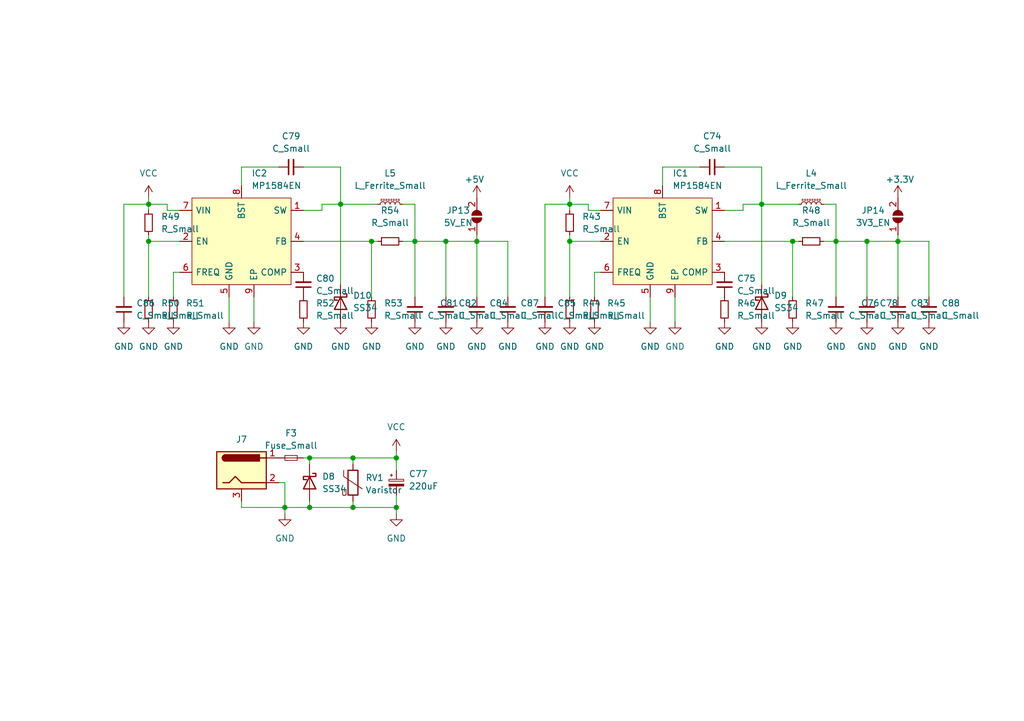
<source format=kicad_sch>
(kicad_sch (version 20211123) (generator eeschema)
  (paper "A5")
  (lib_symbols
    (symbol "Anh_Symbols:Conn_Jack-DC" (pin_names (offset 1.016))
      (property "Reference" "J1" (at 0 8.89 0))
      (symbol "Conn_Jack-DC_0_1"
        (rectangle (start -5.08 3.81) (end 5.08 -3.81) (stroke (width 0.254)) (fill (type background)))
        (arc (start -3.302 3.175) (mid -3.937 2.54) (end -3.302 1.905) (stroke (width 0.254)))
        (arc (start -3.302 3.175) (mid -3.937 2.54) (end -3.302 1.905) (stroke (width 0.254)) (fill (type outline)))
        (polyline (pts (xy 5.08 2.54) (xy 3.81 2.54)) (stroke (width 0.254)))
        (polyline (pts (xy -3.81 -2.54) (xy -2.54 -2.54) (xy -1.27 -1.27) (xy 0 -2.54) (xy 2.54 -2.54) (xy 5.08 -2.54)) (stroke (width 0.254)))
        (rectangle (start 3.683 3.175) (end -3.302 1.905) (stroke (width 0.254)) (fill (type outline)))
      )
      (symbol "Conn_Jack-DC_1_1"
        (pin passive line (at 7.62 2.54 180) (length 2.54) (name "~") (number "1"))
        (pin passive line (at 7.62 -2.54 180) (length 2.54) (name "~") (number "2"))
        (pin passive line (at 0 -6.35 90) (length 2.54) (name "~") (number "3"))
      )
    )
    (symbol "Anh_Symbols:MP1584EN" (pin_names (offset 0.762))
      (property "Reference" "IC" (at -5.08 11.43 0))
      (property "Value" "MP1584EN" (at 1.27 11.43 0))
      (symbol "MP1584EN_0_0"
        (pin power_out line (at 12.7 6.35 180) (length 2.54) (name "SW") (number "1"))
        (pin input line (at -12.7 0 0) (length 2.54) (name "EN") (number "2"))
        (pin input line (at 12.7 -6.35 180) (length 2.54) (name "COMP") (number "3"))
        (pin input line (at 12.7 0 180) (length 2.54) (name "FB") (number "4"))
        (pin power_in line (at -2.54 -11.43 90) (length 2.54) (name "GND") (number "5"))
        (pin input line (at -12.7 -6.35 0) (length 2.54) (name "FREQ") (number "6"))
        (pin power_in line (at -12.7 6.35 0) (length 2.54) (name "VIN") (number "7"))
        (pin input line (at 0 11.43 270) (length 2.54) (name "BST") (number "8"))
        (pin power_in line (at 2.54 -11.43 90) (length 2.54) (name "EP") (number "9"))
      )
      (symbol "MP1584EN_0_1"
        (polyline (pts (xy -10.16 8.89) (xy 10.16 8.89) (xy 10.16 -8.89) (xy -10.16 -8.89) (xy -10.16 8.89)) (stroke (width 0.1524)) (fill (type background)))
      )
    )
    (symbol "Device:C_Polarized_Small" (pin_numbers hide) (pin_names (offset 0.254) hide)
      (property "Reference" "C" (at 0.254 1.778 0))
      (property "Value" "C_Polarized_Small" (at 0.254 -2.032 0))
      (symbol "C_Polarized_Small_0_1"
        (rectangle (start -1.524 -0.3048) (end 1.524 -0.6858) (fill (type outline)))
        (rectangle (start -1.524 0.6858) (end 1.524 0.3048))
        (polyline (pts (xy -1.27 1.524) (xy -0.762 1.524)))
        (polyline (pts (xy -1.016 1.27) (xy -1.016 1.778)))
      )
      (symbol "C_Polarized_Small_1_1"
        (pin passive line (at 0 2.54 270) (length 1.8542) (name "~") (number "1"))
        (pin passive line (at 0 -2.54 90) (length 1.8542) (name "~") (number "2"))
      )
    )
    (symbol "Device:C_Small" (pin_numbers hide) (pin_names (offset 0.254) hide)
      (property "Reference" "C" (at 0.254 1.778 0))
      (property "Value" "C_Small" (at 0.254 -2.032 0))
      (symbol "C_Small_0_1"
        (polyline (pts (xy -1.524 -0.508) (xy 1.524 -0.508)) (stroke (width 0.3302)))
        (polyline (pts (xy -1.524 0.508) (xy 1.524 0.508)) (stroke (width 0.3048)))
      )
      (symbol "C_Small_1_1"
        (pin passive line (at 0 2.54 270) (length 2.032) (name "~") (number "1"))
        (pin passive line (at 0 -2.54 90) (length 2.032) (name "~") (number "2"))
      )
    )
    (symbol "Device:Fuse_Small" (pin_numbers hide) (pin_names (offset 0.254) hide)
      (property "Reference" "F" (at 0 -1.524 0))
      (property "Value" "Fuse_Small" (at 0 1.524 0))
      (symbol "Fuse_Small_0_1"
        (rectangle (start -1.27 0.508) (end 1.27 -0.508))
        (polyline (pts (xy -1.27 0) (xy 1.27 0)))
      )
      (symbol "Fuse_Small_1_1"
        (pin passive line (at -2.54 0 0) (length 1.27) (name "~") (number "1"))
        (pin passive line (at 2.54 0 180) (length 1.27) (name "~") (number "2"))
      )
    )
    (symbol "Device:L_Ferrite_Small" (pin_numbers hide) (pin_names (offset 0.254) hide)
      (property "Reference" "L" (at 1.27 1.016 0))
      (property "Value" "L_Ferrite_Small" (at 1.27 -1.27 0))
      (symbol "L_Ferrite_Small_0_1"
        (arc (start 0 -2.032) (mid 0.508 -1.524) (end 0 -1.016))
        (arc (start 0 -1.016) (mid 0.508 -0.508) (end 0 0))
        (polyline (pts (xy 0.762 -1.905) (xy 0.762 -1.651)))
        (polyline (pts (xy 0.762 -1.397) (xy 0.762 -1.143)))
        (polyline (pts (xy 0.762 -0.889) (xy 0.762 -0.635)))
        (polyline (pts (xy 0.762 -0.381) (xy 0.762 -0.127)))
        (polyline (pts (xy 0.762 0.127) (xy 0.762 0.381)))
        (polyline (pts (xy 0.762 0.635) (xy 0.762 0.889)))
        (polyline (pts (xy 0.762 1.143) (xy 0.762 1.397)))
        (polyline (pts (xy 0.762 1.651) (xy 0.762 1.905)))
        (polyline (pts (xy 1.016 -1.651) (xy 1.016 -1.905)))
        (polyline (pts (xy 1.016 -1.143) (xy 1.016 -1.397)))
        (polyline (pts (xy 1.016 -0.635) (xy 1.016 -0.889)))
        (polyline (pts (xy 1.016 -0.127) (xy 1.016 -0.381)))
        (polyline (pts (xy 1.016 0.381) (xy 1.016 0.127)))
        (polyline (pts (xy 1.016 0.889) (xy 1.016 0.635)))
        (polyline (pts (xy 1.016 1.397) (xy 1.016 1.143)))
        (polyline (pts (xy 1.016 1.905) (xy 1.016 1.651)))
        (arc (start 0 0) (mid 0.508 0.508) (end 0 1.016))
        (arc (start 0 1.016) (mid 0.508 1.524) (end 0 2.032))
      )
      (symbol "L_Ferrite_Small_1_1"
        (pin passive line (at 0 2.54 270) (length 0.508) (name "~") (number "1"))
        (pin passive line (at 0 -2.54 90) (length 0.508) (name "~") (number "2"))
      )
    )
    (symbol "Device:R_Small" (pin_numbers hide) (pin_names (offset 0.254) hide)
      (property "Reference" "R" (at 0.762 0.508 0))
      (property "Value" "R_Small" (at 0.762 -1.016 0))
      (symbol "R_Small_0_1"
        (rectangle (start -0.762 1.778) (end 0.762 -1.778) (stroke (width 0.2032)))
      )
      (symbol "R_Small_1_1"
        (pin passive line (at 0 2.54 270) (length 0.762) (name "~") (number "1"))
        (pin passive line (at 0 -2.54 90) (length 0.762) (name "~") (number "2"))
      )
    )
    (symbol "Device:Varistor" (pin_numbers hide) (pin_names (offset 0))
      (property "Reference" "RV" (at 3.175 0 90))
      (property "Value" "Varistor" (at -3.175 0 90))
      (symbol "Varistor_0_0"
        (text "U" (at -1.778 -2.032 0) (effects (font (size 1.27 1.27))))
      )
      (symbol "Varistor_0_1"
        (rectangle (start -1.016 -2.54) (end 1.016 2.54) (stroke (width 0.254)))
        (polyline (pts (xy -1.905 2.54) (xy -1.905 1.27) (xy 1.905 -1.27)))
      )
      (symbol "Varistor_1_1"
        (pin passive line (at 0 3.81 270) (length 1.27) (name "~") (number "1"))
        (pin passive line (at 0 -3.81 90) (length 1.27) (name "~") (number "2"))
      )
    )
    (symbol "Diode:CDBA340-HF" (pin_numbers hide) (pin_names hide)
      (property "Reference" "D" (at 0 2.54 0))
      (property "Value" "CDBA340-HF" (at 0 -2.54 0))
      (symbol "CDBA340-HF_0_1"
        (polyline (pts (xy 1.27 0) (xy -1.27 0)))
        (polyline (pts (xy 1.27 1.27) (xy 1.27 -1.27) (xy -1.27 0) (xy 1.27 1.27)) (stroke (width 0.254)))
        (polyline (pts (xy -1.905 0.635) (xy -1.905 1.27) (xy -1.27 1.27) (xy -1.27 -1.27) (xy -0.635 -1.27) (xy -0.635 -0.635)) (stroke (width 0.254)))
      )
      (symbol "CDBA340-HF_1_1"
        (pin passive line (at -3.81 0 0) (length 2.54) (name "K") (number "1"))
        (pin passive line (at 3.81 0 180) (length 2.54) (name "A") (number "2"))
      )
    )
    (symbol "Jumper:SolderJumper_2_Open" (pin_names (offset 0) hide)
      (property "Reference" "JP" (at 0 2.032 0))
      (property "Value" "SolderJumper_2_Open" (at 0 -2.54 0))
      (symbol "SolderJumper_2_Open_0_1"
        (arc (start -0.254 1.016) (mid -1.27 0) (end -0.254 -1.016))
        (arc (start -0.254 1.016) (mid -1.27 0) (end -0.254 -1.016) (fill (type outline)))
        (polyline (pts (xy -0.254 1.016) (xy -0.254 -1.016)))
        (polyline (pts (xy 0.254 1.016) (xy 0.254 -1.016)))
        (arc (start 0.254 -1.016) (mid 1.27 0) (end 0.254 1.016))
        (arc (start 0.254 -1.016) (mid 1.27 0) (end 0.254 1.016) (fill (type outline)))
      )
      (symbol "SolderJumper_2_Open_1_1"
        (pin passive line (at -3.81 0 0) (length 2.54) (name "A") (number "1"))
        (pin passive line (at 3.81 0 180) (length 2.54) (name "B") (number "2"))
      )
    )
    (symbol "MP1584EN_1" (pin_names (offset 0.762))
      (property "Reference" "IC" (at -5.08 11.43 0))
      (property "Value" "MP1584EN_1" (at 1.27 11.43 0))
      (symbol "MP1584EN_1_0_0"
        (pin power_out line (at 12.7 6.35 180) (length 2.54) (name "SW") (number "1"))
        (pin input line (at -12.7 0 0) (length 2.54) (name "EN") (number "2"))
        (pin input line (at 12.7 -6.35 180) (length 2.54) (name "COMP") (number "3"))
        (pin input line (at 12.7 0 180) (length 2.54) (name "FB") (number "4"))
        (pin power_in line (at -2.54 -11.43 90) (length 2.54) (name "GND") (number "5"))
        (pin input line (at -12.7 -6.35 0) (length 2.54) (name "FREQ") (number "6"))
        (pin power_in line (at -12.7 6.35 0) (length 2.54) (name "VIN") (number "7"))
        (pin input line (at 0 11.43 270) (length 2.54) (name "BST") (number "8"))
        (pin power_in line (at 2.54 -11.43 90) (length 2.54) (name "EP") (number "9"))
      )
      (symbol "MP1584EN_1_0_1"
        (polyline (pts (xy -10.16 8.89) (xy 10.16 8.89) (xy 10.16 -8.89) (xy -10.16 -8.89) (xy -10.16 8.89)) (stroke (width 0.1524)) (fill (type background)))
      )
    )
    (symbol "power:+3.3V" (power) (pin_names (offset 0))
      (property "Value" "+3.3V" (at 0 3.556 0))
      (symbol "+3.3V_0_1"
        (polyline (pts (xy -0.762 1.27) (xy 0 2.54)))
        (polyline (pts (xy 0 0) (xy 0 2.54)))
        (polyline (pts (xy 0 2.54) (xy 0.762 1.27)))
      )
      (symbol "+3.3V_1_1"
        (pin power_in line (at 0 0 90) (length 0) hide (name "+3.3V") (number "1"))
      )
    )
    (symbol "power:+5V" (power) (pin_names (offset 0))
      (property "Value" "+5V" (at 0 3.556 0))
      (symbol "+5V_0_1"
        (polyline (pts (xy -0.762 1.27) (xy 0 2.54)))
        (polyline (pts (xy 0 0) (xy 0 2.54)))
        (polyline (pts (xy 0 2.54) (xy 0.762 1.27)))
      )
      (symbol "+5V_1_1"
        (pin power_in line (at 0 0 90) (length 0) hide (name "+5V") (number "1"))
      )
    )
    (symbol "power:GND" (power) (pin_names (offset 0))
      (property "Value" "GND" (at 0 -3.81 0))
      (symbol "GND_0_1"
        (polyline (pts (xy 0 0) (xy 0 -1.27) (xy 1.27 -1.27) (xy 0 -2.54) (xy -1.27 -1.27) (xy 0 -1.27)))
      )
      (symbol "GND_1_1"
        (pin power_in line (at 0 0 270) (length 0) hide (name "GND") (number "1"))
      )
    )
    (symbol "power:VCC" (power) (pin_names (offset 0))
      (property "Value" "VCC" (at 0 3.81 0))
      (symbol "VCC_0_1"
        (polyline (pts (xy -0.762 1.27) (xy 0 2.54)))
        (polyline (pts (xy 0 0) (xy 0 2.54)))
        (polyline (pts (xy 0 2.54) (xy 0.762 1.27)))
      )
      (symbol "VCC_1_1"
        (pin power_in line (at 0 0 90) (length 0) hide (name "VCC") (number "1"))
      )
    )
  )
  (junction (at 177.8 49.53))
  (junction (at 69.85 41.91))
  (junction (at 184.15 49.53))
  (junction (at 30.48 49.53))
  (junction (at 72.39 104.14))
  (junction (at 116.84 49.53))
  (junction (at 156.21 41.91))
  (junction (at 30.48 41.91))
  (junction (at 76.2 49.53))
  (junction (at 97.79 49.53))
  (junction (at 162.56 49.53))
  (junction (at 91.44 49.53))
  (junction (at 85.09 49.53))
  (junction (at 58.42 104.14))
  (junction (at 171.45 49.53))
  (junction (at 72.39 93.98))
  (junction (at 81.28 93.98))
  (junction (at 63.5 93.98))
  (junction (at 81.28 104.14))
  (junction (at 63.5 104.14))
  (junction (at 116.84 41.91))
  (wire (pts (xy 76.2 49.53) (xy 62.23 49.53)))
  (wire (pts (xy 116.84 40.64) (xy 116.84 41.91)))
  (wire (pts (xy 156.21 41.91) (xy 152.4 41.91)))
  (wire (pts (xy 156.21 41.91) (xy 163.83 41.91)))
  (wire (pts (xy 152.4 41.91) (xy 152.4 43.18)))
  (wire (pts (xy 91.44 60.96) (xy 91.44 49.53)))
  (wire (pts (xy 123.19 49.53) (xy 116.84 49.53)))
  (wire (pts (xy 35.56 60.96) (xy 35.56 55.88)))
  (wire (pts (xy 81.28 92.71) (xy 81.28 93.98)))
  (wire (pts (xy 133.35 60.96) (xy 133.35 66.04)))
  (wire (pts (xy 52.07 60.96) (xy 52.07 66.04)))
  (wire (pts (xy 63.5 93.98) (xy 62.23 93.98)))
  (wire (pts (xy 168.91 41.91) (xy 171.45 41.91)))
  (wire (pts (xy 143.51 34.29) (xy 135.89 34.29)))
  (wire (pts (xy 91.44 49.53) (xy 97.79 49.53)))
  (wire (pts (xy 57.15 34.29) (xy 49.53 34.29)))
  (wire (pts (xy 190.5 49.53) (xy 184.15 49.53)))
  (wire (pts (xy 85.09 41.91) (xy 85.09 49.53)))
  (wire (pts (xy 46.99 60.96) (xy 46.99 66.04)))
  (wire (pts (xy 30.48 41.91) (xy 30.48 43.18)))
  (wire (pts (xy 104.14 49.53) (xy 97.79 49.53)))
  (wire (pts (xy 121.92 55.88) (xy 123.19 55.88)))
  (wire (pts (xy 152.4 43.18) (xy 148.59 43.18)))
  (wire (pts (xy 72.39 93.98) (xy 72.39 95.25)))
  (wire (pts (xy 104.14 60.96) (xy 104.14 49.53)))
  (wire (pts (xy 121.92 60.96) (xy 121.92 55.88)))
  (wire (pts (xy 25.4 60.96) (xy 25.4 41.91)))
  (wire (pts (xy 76.2 60.96) (xy 76.2 49.53)))
  (wire (pts (xy 190.5 60.96) (xy 190.5 49.53)))
  (wire (pts (xy 111.76 41.91) (xy 116.84 41.91)))
  (wire (pts (xy 171.45 49.53) (xy 171.45 60.96)))
  (wire (pts (xy 171.45 49.53) (xy 168.91 49.53)))
  (wire (pts (xy 116.84 49.53) (xy 116.84 48.26)))
  (wire (pts (xy 184.15 48.26) (xy 184.15 49.53)))
  (wire (pts (xy 116.84 49.53) (xy 116.84 60.96)))
  (wire (pts (xy 25.4 41.91) (xy 30.48 41.91)))
  (wire (pts (xy 76.2 49.53) (xy 77.47 49.53)))
  (wire (pts (xy 34.29 43.18) (xy 34.29 41.91)))
  (wire (pts (xy 66.04 43.18) (xy 62.23 43.18)))
  (wire (pts (xy 69.85 41.91) (xy 66.04 41.91)))
  (wire (pts (xy 69.85 41.91) (xy 77.47 41.91)))
  (wire (pts (xy 81.28 93.98) (xy 81.28 96.52)))
  (wire (pts (xy 81.28 104.14) (xy 81.28 105.41)))
  (wire (pts (xy 120.65 41.91) (xy 116.84 41.91)))
  (wire (pts (xy 30.48 40.64) (xy 30.48 41.91)))
  (wire (pts (xy 91.44 49.53) (xy 85.09 49.53)))
  (wire (pts (xy 177.8 49.53) (xy 171.45 49.53)))
  (wire (pts (xy 69.85 41.91) (xy 69.85 58.42)))
  (wire (pts (xy 97.79 48.26) (xy 97.79 49.53)))
  (wire (pts (xy 57.15 99.06) (xy 58.42 99.06)))
  (wire (pts (xy 49.53 34.29) (xy 49.53 38.1)))
  (wire (pts (xy 85.09 49.53) (xy 82.55 49.53)))
  (wire (pts (xy 69.85 34.29) (xy 69.85 41.91)))
  (wire (pts (xy 36.83 49.53) (xy 30.48 49.53)))
  (wire (pts (xy 162.56 49.53) (xy 148.59 49.53)))
  (wire (pts (xy 72.39 104.14) (xy 63.5 104.14)))
  (wire (pts (xy 30.48 49.53) (xy 30.48 60.96)))
  (wire (pts (xy 49.53 104.14) (xy 49.53 102.87)))
  (wire (pts (xy 156.21 34.29) (xy 156.21 41.91)))
  (wire (pts (xy 162.56 49.53) (xy 163.83 49.53)))
  (wire (pts (xy 72.39 104.14) (xy 81.28 104.14)))
  (wire (pts (xy 66.04 41.91) (xy 66.04 43.18)))
  (wire (pts (xy 177.8 49.53) (xy 184.15 49.53)))
  (wire (pts (xy 148.59 34.29) (xy 156.21 34.29)))
  (wire (pts (xy 116.84 41.91) (xy 116.84 43.18)))
  (wire (pts (xy 63.5 104.14) (xy 58.42 104.14)))
  (wire (pts (xy 36.83 43.18) (xy 34.29 43.18)))
  (wire (pts (xy 135.89 34.29) (xy 135.89 38.1)))
  (wire (pts (xy 72.39 102.87) (xy 72.39 104.14)))
  (wire (pts (xy 85.09 49.53) (xy 85.09 60.96)))
  (wire (pts (xy 81.28 101.6) (xy 81.28 104.14)))
  (wire (pts (xy 58.42 104.14) (xy 49.53 104.14)))
  (wire (pts (xy 177.8 60.96) (xy 177.8 49.53)))
  (wire (pts (xy 123.19 43.18) (xy 120.65 43.18)))
  (wire (pts (xy 82.55 41.91) (xy 85.09 41.91)))
  (wire (pts (xy 58.42 99.06) (xy 58.42 104.14)))
  (wire (pts (xy 35.56 55.88) (xy 36.83 55.88)))
  (wire (pts (xy 171.45 41.91) (xy 171.45 49.53)))
  (wire (pts (xy 34.29 41.91) (xy 30.48 41.91)))
  (wire (pts (xy 63.5 93.98) (xy 72.39 93.98)))
  (wire (pts (xy 162.56 60.96) (xy 162.56 49.53)))
  (wire (pts (xy 156.21 41.91) (xy 156.21 58.42)))
  (wire (pts (xy 63.5 95.25) (xy 63.5 93.98)))
  (wire (pts (xy 72.39 93.98) (xy 81.28 93.98)))
  (wire (pts (xy 111.76 60.96) (xy 111.76 41.91)))
  (wire (pts (xy 120.65 43.18) (xy 120.65 41.91)))
  (wire (pts (xy 30.48 49.53) (xy 30.48 48.26)))
  (wire (pts (xy 62.23 34.29) (xy 69.85 34.29)))
  (wire (pts (xy 97.79 49.53) (xy 97.79 60.96)))
  (wire (pts (xy 184.15 49.53) (xy 184.15 60.96)))
  (wire (pts (xy 63.5 102.87) (xy 63.5 104.14)))
  (wire (pts (xy 138.43 60.96) (xy 138.43 66.04)))
  (wire (pts (xy 58.42 104.14) (xy 58.42 105.41)))
  (symbol (lib_id "Device:C_Small") (at 62.23 58.42 180) (unit 1)
    (property "Reference" "C80" (at 64.77 57.1435 0) (effects (justify right)))
    (property "Value" "C_Small" (at 64.77 59.6835 0) (effects (justify right)))
    (property "Footprint" "Capacitor_SMD:C_0603_1608Metric" (effects hide))
  )
  (symbol (lib_id "Diode:CDBA340-HF") (at 69.85 62.23 270) (unit 1)
    (property "Reference" "D10" (at 72.39 60.6424 90) (effects (justify left)))
    (property "Value" "SS34" (at 72.39 63.1824 90) (effects (justify left)))
    (property "Footprint" "Diode_SMD:D_SMA" (effects hide))
    (property "Datasheet" "https://www.comchiptech.com/admin/files/product/CDBA340-HF%20Thru193640.%20CDBA3100-HF%20RevB.pdf" (effects hide))
  )
  (symbol (lib_id "Device:R_Small") (at 166.37 49.53 90) (unit 1)
    (property "Reference" "R48" (at 166.37 43.18 90))
    (property "Value" "R_Small" (at 166.37 45.72 90))
    (property "Footprint" "Resistor_SMD:R_0603_1608Metric" (effects hide))
  )
  (symbol (lib_id "Device:L_Ferrite_Small") (at 166.37 41.91 90) (unit 1)
    (property "Reference" "L4" (at 166.37 35.56 90))
    (property "Value" "L_Ferrite_Small" (at 166.37 38.1 90))
    (property "Footprint" "Inductor_SMD:L_Abracon_ASPI-0630LR" (effects hide))
  )
  (symbol (lib_id "power:GND") (at 52.07 66.04 0) (unit 1)
    (property "Reference" "#PWR0201" (effects hide))
    (property "Value" "GND" (at 52.07 71.12 0))
  )
  (symbol (lib_id "power:GND") (at 85.09 66.04 0) (unit 1)
    (property "Reference" "#PWR0196" (effects hide))
    (property "Value" "GND" (at 85.09 71.12 0))
  )
  (symbol (lib_id "power:GND") (at 97.79 66.04 0) (unit 1)
    (property "Reference" "#PWR0224" (effects hide))
    (property "Value" "GND" (at 97.79 71.12 0))
  )
  (symbol (lib_id "Device:C_Small") (at 104.14 63.5 180) (unit 1)
    (property "Reference" "C87" (at 106.68 62.2235 0) (effects (justify right)))
    (property "Value" "C_Small" (at 106.68 64.7635 0) (effects (justify right)))
    (property "Footprint" "Capacitor_SMD:C_1206_3216Metric" (effects hide))
  )
  (symbol (lib_id "power:GND") (at 25.4 66.04 0) (unit 1)
    (property "Reference" "#PWR024" (effects hide))
    (property "Value" "GND" (at 25.4 71.12 0))
  )
  (symbol (lib_id "power:GND") (at 91.44 66.04 0) (unit 1)
    (property "Reference" "#PWR0198" (effects hide))
    (property "Value" "GND" (at 91.44 71.12 0))
  )
  (symbol (lib_id "power:GND") (at 69.85 66.04 0) (unit 1)
    (property "Reference" "#PWR0199" (effects hide))
    (property "Value" "GND" (at 69.85 71.12 0))
  )
  (symbol (lib_id "Device:L_Ferrite_Small") (at 80.01 41.91 90) (unit 1)
    (property "Reference" "L5" (at 80.01 35.56 90))
    (property "Value" "L_Ferrite_Small" (at 80.01 38.1 90))
    (property "Footprint" "Inductor_SMD:L_Abracon_ASPI-0630LR" (effects hide))
  )
  (symbol (lib_id "power:GND") (at 148.59 66.04 0) (unit 1)
    (property "Reference" "#PWR0215" (effects hide))
    (property "Value" "GND" (at 148.59 71.12 0))
  )
  (symbol (lib_id "Diode:CDBA340-HF") (at 156.21 62.23 270) (unit 1)
    (property "Reference" "D9" (at 158.75 60.6424 90) (effects (justify left)))
    (property "Value" "SS34" (at 158.75 63.1824 90) (effects (justify left)))
    (property "Footprint" "Diode_SMD:D_SMA" (effects hide))
    (property "Datasheet" "https://www.comchiptech.com/admin/files/product/CDBA340-HF%20Thru193640.%20CDBA3100-HF%20RevB.pdf" (effects hide))
  )
  (symbol (lib_id "Device:R_Small") (at 121.92 63.5 0) (unit 1)
    (property "Reference" "R45" (at 124.46 62.2299 0) (effects (justify left)))
    (property "Value" "R_Small" (at 124.46 64.7699 0) (effects (justify left)))
    (property "Footprint" "Resistor_SMD:R_0603_1608Metric" (effects hide))
  )
  (symbol (lib_id "Device:C_Small") (at 97.79 63.5 180) (unit 1)
    (property "Reference" "C84" (at 100.33 62.2235 0) (effects (justify right)))
    (property "Value" "C_Small" (at 100.33 64.7635 0) (effects (justify right)))
    (property "Footprint" "Capacitor_SMD:C_1206_3216Metric" (effects hide))
  )
  (symbol (lib_id "power:GND") (at 121.92 66.04 0) (unit 1)
    (property "Reference" "#PWR0204" (effects hide))
    (property "Value" "GND" (at 121.92 71.12 0))
  )
  (symbol (lib_id "Device:C_Small") (at 184.15 63.5 180) (unit 1)
    (property "Reference" "C83" (at 186.69 62.2235 0) (effects (justify right)))
    (property "Value" "C_Small" (at 186.69 64.7635 0) (effects (justify right)))
    (property "Footprint" "Capacitor_SMD:C_1206_3216Metric" (effects hide))
  )
  (symbol (lib_id "Device:C_Small") (at 177.8 63.5 180) (unit 1)
    (property "Reference" "C78" (at 180.34 62.2235 0) (effects (justify right)))
    (property "Value" "C_Small" (at 180.34 64.7635 0) (effects (justify right)))
    (property "Footprint" "Capacitor_SMD:C_1206_3216Metric" (effects hide))
  )
  (symbol (lib_id "power:GND") (at 138.43 66.04 0) (unit 1)
    (property "Reference" "#PWR0214" (effects hide))
    (property "Value" "GND" (at 138.43 71.12 0))
  )
  (symbol (lib_id "power:VCC") (at 81.28 92.71 0) (unit 1)
    (property "Reference" "#PWR0218" (effects hide))
    (property "Value" "VCC" (at 81.28 87.63 0))
  )
  (symbol (lib_id "Jumper:SolderJumper_2_Open") (at 97.79 44.45 90) (unit 1)
    (property "Reference" "JP13" (at 93.98 43.18 90))
    (property "Value" "5V_EN" (at 93.98 45.72 90))
    (property "Footprint" "Jumper:SolderJumper-2_P1.3mm_Open_RoundedPad1.0x1.5mm" (effects hide))
  )
  (symbol (lib_id "power:GND") (at 46.99 66.04 0) (unit 1)
    (property "Reference" "#PWR0210" (effects hide))
    (property "Value" "GND" (at 46.99 71.12 0))
  )
  (symbol (lib_id "power:+5V") (at 97.79 40.64 0) (unit 1)
    (property "Reference" "#PWR0213" (effects hide))
    (property "Value" "+5V" (at 95.25 36.83 0) (effects (justify left)))
  )
  (symbol (lib_id "Device:R_Small") (at 162.56 63.5 0) (unit 1)
    (property "Reference" "R47" (at 165.1 62.2299 0) (effects (justify left)))
    (property "Value" "R_Small" (at 165.1 64.7699 0) (effects (justify left)))
    (property "Footprint" "Resistor_SMD:R_0603_1608Metric" (effects hide))
  )
  (symbol (lib_id "Device:R_Small") (at 62.23 63.5 0) (unit 1)
    (property "Reference" "R52" (at 64.77 62.2299 0) (effects (justify left)))
    (property "Value" "R_Small" (at 64.77 64.7699 0) (effects (justify left)))
    (property "Footprint" "Resistor_SMD:R_0603_1608Metric" (effects hide))
  )
  (symbol (lib_id "power:GND") (at 171.45 66.04 0) (unit 1)
    (property "Reference" "#PWR0208" (effects hide))
    (property "Value" "GND" (at 171.45 71.12 0))
  )
  (symbol (lib_id "Device:C_Small") (at 190.5 63.5 180) (unit 1)
    (property "Reference" "C88" (at 193.04 62.2235 0) (effects (justify right)))
    (property "Value" "C_Small" (at 193.04 64.7635 0) (effects (justify right)))
    (property "Footprint" "Capacitor_SMD:C_1206_3216Metric" (effects hide))
  )
  (symbol (lib_id "Jumper:SolderJumper_2_Open") (at 184.15 44.45 90) (unit 1)
    (property "Reference" "JP14" (at 179.07 43.18 90))
    (property "Value" "3V3_EN" (at 179.07 45.72 90))
    (property "Footprint" "Jumper:SolderJumper-2_P1.3mm_Open_RoundedPad1.0x1.5mm" (effects hide))
  )
  (symbol (lib_id "power:GND") (at 104.14 66.04 0) (unit 1)
    (property "Reference" "#PWR025" (effects hide))
    (property "Value" "GND" (at 104.14 71.12 0))
  )
  (symbol (lib_id "power:GND") (at 156.21 66.04 0) (unit 1)
    (property "Reference" "#PWR0216" (effects hide))
    (property "Value" "GND" (at 156.21 71.12 0))
  )
  (symbol (lib_id "power:GND") (at 58.42 105.41 0) (unit 1)
    (property "Reference" "#PWR0217" (effects hide))
    (property "Value" "GND" (at 58.42 110.49 0))
  )
  (symbol (lib_id "Device:Varistor") (at 72.39 99.06 0) (unit 1)
    (property "Reference" "RV1" (at 74.93 98.0431 0) (effects (justify left)))
    (property "Value" "Varistor" (at 74.93 100.5831 0) (effects (justify left)))
    (property "Footprint" "Varistor:RV_Disc_D9mm_W3.3mm_P5mm" (effects hide))
  )
  (symbol (lib_id "Device:C_Small") (at 25.4 63.5 180) (unit 1)
    (property "Reference" "C86" (at 27.94 62.2235 0) (effects (justify right)))
    (property "Value" "C_Small" (at 27.94 64.7635 0) (effects (justify right)))
    (property "Footprint" "Capacitor_SMD:C_0603_1608Metric" (effects hide))
  )
  (symbol (lib_id "Device:R_Small") (at 76.2 63.5 0) (unit 1)
    (property "Reference" "R53" (at 78.74 62.2299 0) (effects (justify left)))
    (property "Value" "R_Small" (at 78.74 64.7699 0) (effects (justify left)))
    (property "Footprint" "Resistor_SMD:R_0603_1608Metric" (effects hide))
  )
  (symbol (lib_id "power:+3.3V") (at 184.15 40.64 0) (unit 1)
    (property "Reference" "#PWR0195" (effects hide))
    (property "Value" "+3.3V" (at 181.61 36.83 0) (effects (justify left)))
  )
  (symbol (lib_id "power:GND") (at 177.8 66.04 0) (unit 1)
    (property "Reference" "#PWR0207" (effects hide))
    (property "Value" "GND" (at 177.8 71.12 0))
  )
  (symbol (lib_id "Device:R_Small") (at 116.84 63.5 0) (unit 1)
    (property "Reference" "R44" (at 119.38 62.2299 0) (effects (justify left)))
    (property "Value" "R_Small" (at 119.38 64.7699 0) (effects (justify left)))
    (property "Footprint" "Resistor_SMD:R_0603_1608Metric" (effects hide))
  )
  (symbol (lib_id "Device:R_Small") (at 30.48 45.72 0) (unit 1)
    (property "Reference" "R49" (at 33.02 44.4499 0) (effects (justify left)))
    (property "Value" "R_Small" (at 33.02 46.9899 0) (effects (justify left)))
    (property "Footprint" "Resistor_SMD:R_0603_1608Metric" (effects hide))
  )
  (symbol (lib_id "power:GND") (at 184.15 66.04 0) (unit 1)
    (property "Reference" "#PWR0223" (effects hide))
    (property "Value" "GND" (at 184.15 71.12 0))
  )
  (symbol (lib_id "Device:C_Small") (at 146.05 34.29 90) (unit 1)
    (property "Reference" "C74" (at 146.0563 27.94 90))
    (property "Value" "C_Small" (at 146.0563 30.48 90))
    (property "Footprint" "Capacitor_SMD:C_0603_1608Metric" (effects hide))
  )
  (symbol (lib_id "Device:R_Small") (at 80.01 49.53 90) (unit 1)
    (property "Reference" "R54" (at 80.01 43.18 90))
    (property "Value" "R_Small" (at 80.01 45.72 90))
    (property "Footprint" "Resistor_SMD:R_0603_1608Metric" (effects hide))
  )
  (symbol (lib_id "power:GND") (at 190.5 66.04 0) (unit 1)
    (property "Reference" "#PWR026" (effects hide))
    (property "Value" "GND" (at 190.5 71.12 0))
  )
  (symbol (lib_id "power:GND") (at 116.84 66.04 0) (unit 1)
    (property "Reference" "#PWR0203" (effects hide))
    (property "Value" "GND" (at 116.84 71.12 0))
  )
  (symbol (lib_id "power:GND") (at 62.23 66.04 0) (unit 1)
    (property "Reference" "#PWR0200" (effects hide))
    (property "Value" "GND" (at 62.23 71.12 0))
  )
  (symbol (lib_id "Device:R_Small") (at 30.48 63.5 0) (unit 1)
    (property "Reference" "R50" (at 33.02 62.2299 0) (effects (justify left)))
    (property "Value" "R_Small" (at 33.02 64.7699 0) (effects (justify left)))
    (property "Footprint" "Resistor_SMD:R_0603_1608Metric" (effects hide))
  )
  (symbol (lib_id "power:GND") (at 35.56 66.04 0) (unit 1)
    (property "Reference" "#PWR0211" (effects hide))
    (property "Value" "GND" (at 35.56 71.12 0))
  )
  (symbol (lib_id "Device:C_Small") (at 85.09 63.5 180) (unit 1)
    (property "Reference" "C81" (at 90.17 62.2235 0) (effects (justify right)))
    (property "Value" "C_Small" (at 87.63 64.7635 0) (effects (justify right)))
    (property "Footprint" "Capacitor_SMD:C_1206_3216Metric" (effects hide))
  )
  (symbol (lib_id "power:GND") (at 81.28 105.41 0) (unit 1)
    (property "Reference" "#PWR0219" (effects hide))
    (property "Value" "GND" (at 81.28 110.49 0))
  )
  (symbol (lib_id "power:GND") (at 30.48 66.04 0) (unit 1)
    (property "Reference" "#PWR0209" (effects hide))
    (property "Value" "GND" (at 30.48 71.12 0))
  )
  (symbol (lib_id "Device:C_Small") (at 171.45 63.5 180) (unit 1)
    (property "Reference" "C76" (at 176.53 62.2235 0) (effects (justify right)))
    (property "Value" "C_Small" (at 173.99 64.7635 0) (effects (justify right)))
    (property "Footprint" "Capacitor_SMD:C_1206_3216Metric" (effects hide))
  )
  (symbol (lib_id "Device:Fuse_Small") (at 59.69 93.98 0) (unit 1)
    (property "Reference" "F3" (at 59.69 88.9 0))
    (property "Value" "Fuse_Small" (at 59.69 91.44 0))
    (property "Footprint" "Fuse:Fuse_1206_3216Metric" (effects hide))
  )
  (symbol (lib_id "Anh_Symbols:MP1584EN") (at 49.53 49.53 0) (unit 1)
    (property "Reference" "IC2" (at 51.5494 35.56 0) (effects (justify left)))
    (property "Value" "MP1584EN" (at 51.5494 38.1 0) (effects (justify left)))
    (property "Footprint" "Package_SO:SOIC-8-1EP_3.9x4.9mm_P1.27mm_EP2.29x3mm" (effects hide))
    (property "Datasheet" " " (effects hide))
    (property "Description" " " (effects hide))
    (property "Height" " " (effects hide))
    (property "Manufacturer_Name" " " (effects hide))
    (property "Manufacturer_Part_Number" " " (effects hide))
    (property "Mouser Part Number" " " (effects hide))
    (property "Mouser Price/Stock" " " (effects hide))
  )
  (symbol (lib_name "MP1584EN_1") (lib_id "Anh_Symbols:MP1584EN") (at 135.89 49.53 0) (unit 1)
    (property "Reference" "IC1" (at 137.9094 35.56 0) (effects (justify left)))
    (property "Value" "MP1584EN" (at 137.9094 38.1 0) (effects (justify left)))
    (property "Footprint" "Package_SO:SOIC-8-1EP_3.9x4.9mm_P1.27mm_EP2.29x3mm" (effects hide))
    (property "Datasheet" " " (effects hide))
    (property "Description" " " (effects hide))
    (property "Height" " " (effects hide))
    (property "Manufacturer_Name" " " (effects hide))
    (property "Manufacturer_Part_Number" " " (effects hide))
    (property "Mouser Part Number" " " (effects hide))
    (property "Mouser Price/Stock" " " (effects hide))
  )
  (symbol (lib_id "power:GND") (at 162.56 66.04 0) (unit 1)
    (property "Reference" "#PWR0206" (effects hide))
    (property "Value" "GND" (at 162.56 71.12 0))
  )
  (symbol (lib_id "Device:R_Small") (at 116.84 45.72 0) (unit 1)
    (property "Reference" "R43" (at 119.38 44.4499 0) (effects (justify left)))
    (property "Value" "R_Small" (at 119.38 46.9899 0) (effects (justify left)))
    (property "Footprint" "Resistor_SMD:R_0603_1608Metric" (effects hide))
  )
  (symbol (lib_id "Device:R_Small") (at 35.56 63.5 0) (unit 1)
    (property "Reference" "R51" (at 38.1 62.2299 0) (effects (justify left)))
    (property "Value" "R_Small" (at 38.1 64.7699 0) (effects (justify left)))
    (property "Footprint" "Resistor_SMD:R_0603_1608Metric" (effects hide))
  )
  (symbol (lib_id "power:VCC") (at 30.48 40.64 0) (unit 1)
    (property "Reference" "#PWR0212" (effects hide))
    (property "Value" "VCC" (at 30.48 35.56 0))
  )
  (symbol (lib_id "power:GND") (at 76.2 66.04 0) (unit 1)
    (property "Reference" "#PWR0197" (effects hide))
    (property "Value" "GND" (at 76.2 71.12 0))
  )
  (symbol (lib_id "power:GND") (at 133.35 66.04 0) (unit 1)
    (property "Reference" "#PWR0205" (effects hide))
    (property "Value" "GND" (at 133.35 71.12 0))
  )
  (symbol (lib_id "Device:C_Small") (at 111.76 63.5 180) (unit 1)
    (property "Reference" "C85" (at 114.3 62.2235 0) (effects (justify right)))
    (property "Value" "C_Small" (at 114.3 64.7635 0) (effects (justify right)))
    (property "Footprint" "Capacitor_SMD:C_0603_1608Metric" (effects hide))
  )
  (symbol (lib_id "Device:C_Small") (at 148.59 58.42 180) (unit 1)
    (property "Reference" "C75" (at 151.13 57.1435 0) (effects (justify right)))
    (property "Value" "C_Small" (at 151.13 59.6835 0) (effects (justify right)))
    (property "Footprint" "Capacitor_SMD:C_0603_1608Metric" (effects hide))
  )
  (symbol (lib_id "Device:C_Polarized_Small") (at 81.28 99.06 0) (unit 1)
    (property "Reference" "C77" (at 83.82 97.2438 0) (effects (justify left)))
    (property "Value" "220uF" (at 83.82 99.7838 0) (effects (justify left)))
    (property "Footprint" "Capacitor_SMD:CP_Elec_8x10.5" (effects hide))
  )
  (symbol (lib_id "Device:C_Small") (at 59.69 34.29 90) (unit 1)
    (property "Reference" "C79" (at 59.6963 27.94 90))
    (property "Value" "C_Small" (at 59.6963 30.48 90))
    (property "Footprint" "Capacitor_SMD:C_0603_1608Metric" (effects hide))
  )
  (symbol (lib_id "power:VCC") (at 116.84 40.64 0) (unit 1)
    (property "Reference" "#PWR0202" (effects hide))
    (property "Value" "VCC" (at 116.84 35.56 0))
  )
  (symbol (lib_id "Anh_Symbols:Conn_Jack-DC") (at 49.53 96.52 0) (unit 1)
    (property "Reference" "J7" (at 49.53 90.17 0))
    (property "Value" "Conn_Jack-DC" (effects hide))
    (property "Footprint" "Connector_BarrelJack:BarrelJack_GCT_DCJ200-10-A_Horizontal" (effects hide))
  )
  (symbol (lib_id "Diode:CDBA340-HF") (at 63.5 99.06 270) (unit 1)
    (property "Reference" "D8" (at 66.04 97.79 90) (effects (justify left)))
    (property "Value" "SS34" (at 66.04 100.33 90) (effects (justify left)))
    (property "Footprint" "Diode_SMD:D_SMA" (effects hide))
    (property "Datasheet" "https://www.comchiptech.com/admin/files/product/CDBA340-HF%20Thru193640.%20CDBA3100-HF%20RevB.pdf" (effects hide))
  )
  (symbol (lib_id "Device:C_Small") (at 91.44 63.5 180) (unit 1)
    (property "Reference" "C82" (at 93.98 62.2235 0) (effects (justify right)))
    (property "Value" "C_Small" (at 93.98 64.7635 0) (effects (justify right)))
    (property "Footprint" "Capacitor_SMD:C_1206_3216Metric" (effects hide))
  )
  (symbol (lib_id "Device:R_Small") (at 148.59 63.5 0) (unit 1)
    (property "Reference" "R46" (at 151.13 62.2299 0) (effects (justify left)))
    (property "Value" "R_Small" (at 151.13 64.7699 0) (effects (justify left)))
    (property "Footprint" "Resistor_SMD:R_0603_1608Metric" (effects hide))
  )
  (symbol (lib_id "power:GND") (at 111.76 66.04 0) (unit 1)
    (property "Reference" "#PWR022" (effects hide))
    (property "Value" "GND" (at 111.76 71.12 0))
  )
)
</source>
